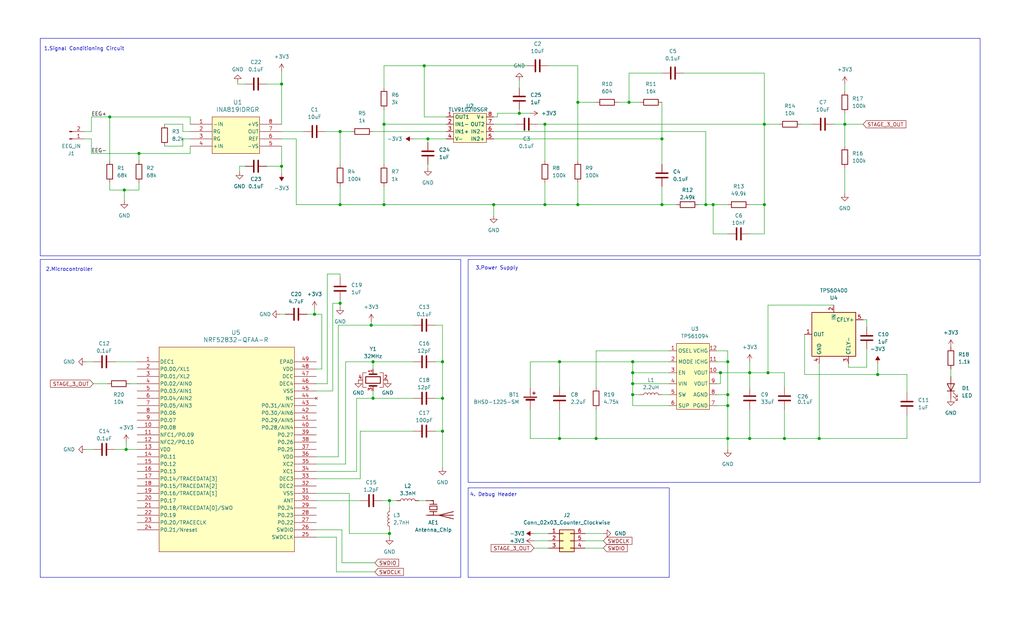
<source format=kicad_sch>
(kicad_sch (version 20230121) (generator eeschema)
  (paper "USLegal")
  (title_block (title "Wearable EEG Sensor") (rev "P2.0") (company "JY-68"))
  (junction (at 38.1 40.64))
  (junction (at 189.23 71.12))
  (junction (at 148.59 48.26))
  (junction (at 247.65 71.12))
  (junction (at 293.37 43.18))
  (junction (at 229.87 48.26))
  (junction (at 135.255 173.99))
  (junction (at 229.87 71.12))
  (junction (at 180.34 39.37))
  (junction (at 252.73 137.16))
  (junction (at 97.79 29.21))
  (junction (at 171.45 71.12))
  (junction (at 266.7 129.54))
  (junction (at 97.79 57.785))
  (junction (at 135.255 185.42))
  (junction (at 260.35 152.4))
  (junction (at 219.71 129.54))
  (junction (at 218.44 35.56))
  (junction (at 153.67 138.43))
  (junction (at 129.54 125.73))
  (junction (at 219.71 133.35))
  (junction (at 219.71 125.73))
  (junction (at 252.73 140.97))
  (junction (at 200.66 35.56))
  (junction (at 153.67 125.73))
  (junction (at 118.11 45.72))
  (junction (at 245.11 71.12))
  (junction (at 250.19 129.54))
  (junction (at 260.35 129.54))
  (junction (at 133.35 43.18))
  (junction (at 129.54 138.43))
  (junction (at 147.32 22.86))
  (junction (at 200.66 71.12))
  (junction (at 265.43 71.12))
  (junction (at 252.73 152.4))
  (junction (at 48.26 53.34))
  (junction (at 194.31 125.73))
  (junction (at 284.48 152.4))
  (junction (at 43.18 66.04))
  (junction (at 118.11 105.41))
  (junction (at 128.905 113.03))
  (junction (at 219.71 137.16))
  (junction (at 118.11 71.12))
  (junction (at 304.8 130.175))
  (junction (at 194.31 152.4))
  (junction (at 265.43 43.18))
  (junction (at 109.22 109.22))
  (junction (at 272.415 152.4))
  (junction (at 43.815 156.21))
  (junction (at 252.73 125.73))
  (junction (at 189.23 43.18))
  (junction (at 133.35 71.12))
  (junction (at 207.01 152.4))
  (junction (at 153.67 149.86))
  (wire (pts (xy 250.19 129.54) (xy 260.35 129.54)))
  (wire (pts (xy 102.87 48.26) (xy 102.87 71.12)))
  (wire (pts (xy 135.255 173.99) (xy 137.795 173.99)))
  (wire (pts (xy 260.35 125.73) (xy 260.35 129.54)))
  (wire (pts (xy 31.75 45.72) (xy 31.75 40.64)))
  (wire (pts (xy 40.005 156.21) (xy 43.815 156.21)))
  (wire (pts (xy 260.35 152.4) (xy 252.73 152.4)))
  (wire (pts (xy 45.085 133.35) (xy 47.625 133.35)))
  (wire (pts (xy 279.4 116.205) (xy 279.4 130.175)))
  (wire (pts (xy 278.13 43.18) (xy 281.94 43.18)))
  (wire (pts (xy 180.34 38.1) (xy 180.34 39.37)))
  (wire (pts (xy 207.01 121.92) (xy 232.41 121.92)))
  (wire (pts (xy 194.31 125.73) (xy 219.71 125.73)))
  (wire (pts (xy 190.5 22.86) (xy 200.66 22.86)))
  (wire (pts (xy 189.23 63.5) (xy 189.23 71.12)))
  (wire (pts (xy 153.67 138.43) (xy 153.67 149.86)))
  (wire (pts (xy 97.79 29.21) (xy 97.79 43.18)))
  (wire (pts (xy 125.095 166.37) (xy 125.095 149.86)))
  (wire (pts (xy 279.4 130.175) (xy 304.8 130.175)))
  (wire (pts (xy 293.37 43.18) (xy 299.72 43.18)))
  (wire (pts (xy 229.87 48.26) (xy 229.87 57.15)))
  (wire (pts (xy 300.99 127.635) (xy 294.64 127.635)))
  (wire (pts (xy 207.01 142.24) (xy 207.01 152.4)))
  (wire (pts (xy 115.57 105.41) (xy 118.11 105.41)))
  (wire (pts (xy 109.855 186.69) (xy 116.84 186.69)))
  (wire (pts (xy 66.04 43.18) (xy 66.04 40.64)))
  (wire (pts (xy 272.415 129.54) (xy 266.7 129.54)))
  (wire (pts (xy 194.31 142.24) (xy 194.31 152.4)))
  (wire (pts (xy 66.04 53.34) (xy 48.26 53.34)))
  (wire (pts (xy 148.59 48.26) (xy 148.59 49.53)))
  (wire (pts (xy 172.72 39.37) (xy 180.34 39.37)))
  (wire (pts (xy 97.79 24.765) (xy 97.79 29.21)))
  (wire (pts (xy 252.73 137.16) (xy 252.73 140.97)))
  (wire (pts (xy 237.49 25.4) (xy 265.43 25.4)))
  (wire (pts (xy 248.92 137.16) (xy 252.73 137.16)))
  (wire (pts (xy 180.34 30.48) (xy 180.34 27.94)))
  (wire (pts (xy 266.7 106.045) (xy 266.7 129.54)))
  (wire (pts (xy 147.32 22.86) (xy 182.88 22.86)))
  (wire (pts (xy 252.73 121.92) (xy 252.73 125.73)))
  (wire (pts (xy 154.94 40.64) (xy 147.32 40.64)))
  (wire (pts (xy 207.01 152.4) (xy 252.73 152.4)))
  (wire (pts (xy 219.71 133.35) (xy 232.41 133.35)))
  (wire (pts (xy 184.15 134.62) (xy 184.15 125.73)))
  (wire (pts (xy 189.23 43.18) (xy 189.23 55.88)))
  (wire (pts (xy 247.65 81.28) (xy 247.65 71.12)))
  (wire (pts (xy 232.41 140.97) (xy 219.71 140.97)))
  (wire (pts (xy 203.2 185.42) (xy 209.55 185.42)))
  (wire (pts (xy 85.09 57.785) (xy 83.185 57.785)))
  (wire (pts (xy 189.23 71.12) (xy 171.45 71.12)))
  (wire (pts (xy 129.54 125.73) (xy 143.51 125.73)))
  (wire (pts (xy 109.855 171.45) (xy 121.285 171.45)))
  (wire (pts (xy 82.55 29.21) (xy 85.09 29.21)))
  (wire (pts (xy 151.13 138.43) (xy 153.67 138.43)))
  (wire (pts (xy 207.01 152.4) (xy 194.31 152.4)))
  (wire (pts (xy 118.11 104.14) (xy 118.11 105.41)))
  (wire (pts (xy 252.73 125.73) (xy 252.73 137.16)))
  (wire (pts (xy 260.35 152.4) (xy 272.415 152.4)))
  (wire (pts (xy 294.64 126.365) (xy 294.64 127.635)))
  (wire (pts (xy 109.855 166.37) (xy 125.095 166.37)))
  (wire (pts (xy 229.87 35.56) (xy 229.87 48.26)))
  (wire (pts (xy 153.67 125.73) (xy 153.67 138.43)))
  (wire (pts (xy 66.04 45.72) (xy 63.5 45.72)))
  (wire (pts (xy 252.73 152.4) (xy 252.73 156.21)))
  (wire (pts (xy 218.44 35.56) (xy 222.25 35.56)))
  (wire (pts (xy 48.26 53.34) (xy 48.26 55.88)))
  (wire (pts (xy 129.54 45.72) (xy 154.94 45.72)))
  (wire (pts (xy 133.35 43.18) (xy 133.35 57.15)))
  (wire (pts (xy 97.79 57.785) (xy 97.79 60.325)))
  (wire (pts (xy 218.44 25.4) (xy 218.44 35.56)))
  (wire (pts (xy 148.59 48.26) (xy 154.94 48.26)))
  (wire (pts (xy 123.825 138.43) (xy 129.54 138.43)))
  (wire (pts (xy 97.79 48.26) (xy 102.87 48.26)))
  (wire (pts (xy 248.92 125.73) (xy 252.73 125.73)))
  (wire (pts (xy 121.285 171.45) (xy 121.285 185.42)))
  (wire (pts (xy 245.11 45.72) (xy 245.11 71.12)))
  (wire (pts (xy 265.43 43.18) (xy 265.43 71.12)))
  (wire (pts (xy 148.59 57.15) (xy 148.59 58.42)))
  (wire (pts (xy 135.255 184.15) (xy 135.255 185.42)))
  (wire (pts (xy 229.87 137.16) (xy 232.41 137.16)))
  (wire (pts (xy 118.11 96.52) (xy 118.11 95.25)))
  (wire (pts (xy 185.42 185.42) (xy 190.5 185.42)))
  (wire (pts (xy 300.99 121.285) (xy 300.99 127.635)))
  (wire (pts (xy 171.45 45.72) (xy 245.11 45.72)))
  (wire (pts (xy 171.45 71.12) (xy 133.35 71.12)))
  (wire (pts (xy 133.35 43.18) (xy 154.94 43.18)))
  (wire (pts (xy 245.11 71.12) (xy 247.65 71.12)))
  (wire (pts (xy 92.71 57.785) (xy 97.79 57.785)))
  (wire (pts (xy 172.72 39.37) (xy 172.72 40.64)))
  (wire (pts (xy 57.15 50.8) (xy 63.5 50.8)))
  (wire (pts (xy 111.76 128.27) (xy 109.855 128.27)))
  (wire (pts (xy 293.37 58.42) (xy 293.37 67.31)))
  (wire (pts (xy 300.99 111.125) (xy 300.99 113.665)))
  (wire (pts (xy 185.42 190.5) (xy 190.5 190.5)))
  (wire (pts (xy 200.66 35.56) (xy 200.66 55.88)))
  (wire (pts (xy 63.5 48.26) (xy 63.5 50.8)))
  (wire (pts (xy 43.18 66.04) (xy 48.26 66.04)))
  (wire (pts (xy 118.11 45.72) (xy 121.92 45.72)))
  (wire (pts (xy 29.845 156.21) (xy 32.385 156.21)))
  (wire (pts (xy 200.66 63.5) (xy 200.66 71.12)))
  (wire (pts (xy 214.63 35.56) (xy 218.44 35.56)))
  (wire (pts (xy 248.92 133.35) (xy 250.19 133.35)))
  (wire (pts (xy 189.23 43.18) (xy 265.43 43.18)))
  (wire (pts (xy 125.095 149.86) (xy 143.51 149.86)))
  (wire (pts (xy 97.79 50.8) (xy 97.79 57.785)))
  (wire (pts (xy 109.22 107.315) (xy 109.22 109.22)))
  (wire (pts (xy 118.745 195.58) (xy 130.175 195.58)))
  (wire (pts (xy 219.71 140.97) (xy 219.71 137.16)))
  (wire (pts (xy 128.905 113.03) (xy 143.51 113.03)))
  (wire (pts (xy 63.5 43.18) (xy 57.15 43.18)))
  (wire (pts (xy 289.56 43.18) (xy 293.37 43.18)))
  (wire (pts (xy 272.415 134.62) (xy 272.415 129.54)))
  (wire (pts (xy 200.66 35.56) (xy 207.01 35.56)))
  (wire (pts (xy 145.415 173.99) (xy 147.955 173.99)))
  (wire (pts (xy 129.54 138.43) (xy 143.51 138.43)))
  (wire (pts (xy 38.1 40.64) (xy 31.75 40.64)))
  (wire (pts (xy 109.855 173.99) (xy 125.095 173.99)))
  (wire (pts (xy 66.04 48.26) (xy 63.5 48.26)))
  (wire (pts (xy 117.475 113.03) (xy 117.475 158.75)))
  (wire (pts (xy 118.11 95.25) (xy 113.665 95.25)))
  (wire (pts (xy 260.35 142.24) (xy 260.35 152.4)))
  (wire (pts (xy 200.66 22.86) (xy 200.66 35.56)))
  (wire (pts (xy 120.015 125.73) (xy 129.54 125.73)))
  (wire (pts (xy 203.2 190.5) (xy 209.55 190.5)))
  (wire (pts (xy 92.71 29.21) (xy 97.79 29.21)))
  (wire (pts (xy 38.1 63.5) (xy 38.1 66.04)))
  (wire (pts (xy 293.37 39.37) (xy 293.37 43.18)))
  (wire (pts (xy 63.5 45.72) (xy 63.5 43.18)))
  (wire (pts (xy 111.76 109.22) (xy 111.76 128.27)))
  (wire (pts (xy 203.2 187.96) (xy 209.55 187.96)))
  (wire (pts (xy 284.48 152.4) (xy 314.96 152.4)))
  (wire (pts (xy 265.43 43.18) (xy 270.51 43.18)))
  (wire (pts (xy 83.185 57.785) (xy 83.185 59.69)))
  (wire (pts (xy 48.26 66.04) (xy 48.26 63.5)))
  (wire (pts (xy 248.92 121.92) (xy 252.73 121.92)))
  (wire (pts (xy 171.45 71.12) (xy 171.45 74.93)))
  (wire (pts (xy 106.68 109.22) (xy 109.22 109.22)))
  (wire (pts (xy 219.71 129.54) (xy 219.71 133.35)))
  (wire (pts (xy 265.43 25.4) (xy 265.43 43.18)))
  (wire (pts (xy 29.21 48.26) (xy 31.75 48.26)))
  (wire (pts (xy 102.87 71.12) (xy 118.11 71.12)))
  (wire (pts (xy 272.415 142.24) (xy 272.415 152.4)))
  (wire (pts (xy 147.32 22.86) (xy 147.32 40.64)))
  (wire (pts (xy 109.855 184.15) (xy 118.745 184.15)))
  (wire (pts (xy 272.415 152.4) (xy 284.48 152.4)))
  (wire (pts (xy 129.54 135.89) (xy 129.54 138.43)))
  (wire (pts (xy 129.54 125.73) (xy 129.54 128.27)))
  (wire (pts (xy 29.21 45.72) (xy 31.75 45.72)))
  (wire (pts (xy 289.56 106.045) (xy 266.7 106.045)))
  (wire (pts (xy 118.745 184.15) (xy 118.745 195.58)))
  (wire (pts (xy 123.825 163.83) (xy 123.825 138.43)))
  (wire (pts (xy 172.72 40.64) (xy 171.45 40.64)))
  (wire (pts (xy 29.845 125.73) (xy 32.385 125.73)))
  (wire (pts (xy 293.37 43.18) (xy 293.37 50.8)))
  (wire (pts (xy 109.855 163.83) (xy 123.825 163.83)))
  (wire (pts (xy 229.87 25.4) (xy 218.44 25.4)))
  (wire (pts (xy 194.31 134.62) (xy 194.31 125.73)))
  (wire (pts (xy 189.23 71.12) (xy 200.66 71.12)))
  (wire (pts (xy 260.35 71.12) (xy 265.43 71.12)))
  (wire (pts (xy 207.01 134.62) (xy 207.01 121.92)))
  (wire (pts (xy 113.665 95.25) (xy 113.665 133.35)))
  (wire (pts (xy 219.71 137.16) (xy 222.25 137.16)))
  (wire (pts (xy 265.43 71.12) (xy 265.43 81.28)))
  (wire (pts (xy 299.72 111.125) (xy 300.99 111.125)))
  (wire (pts (xy 38.1 40.64) (xy 38.1 55.88)))
  (wire (pts (xy 284.48 126.365) (xy 284.48 152.4)))
  (wire (pts (xy 116.84 186.69) (xy 116.84 198.755)))
  (wire (pts (xy 109.855 161.29) (xy 120.015 161.29)))
  (wire (pts (xy 266.7 129.54) (xy 260.35 129.54)))
  (wire (pts (xy 109.855 133.35) (xy 113.665 133.35)))
  (wire (pts (xy 38.1 66.04) (xy 43.18 66.04)))
  (wire (pts (xy 184.15 125.73) (xy 194.31 125.73)))
  (wire (pts (xy 120.015 161.29) (xy 120.015 125.73)))
  (wire (pts (xy 115.57 135.89) (xy 115.57 105.41)))
  (wire (pts (xy 109.855 135.89) (xy 115.57 135.89)))
  (wire (pts (xy 248.92 140.97) (xy 252.73 140.97)))
  (wire (pts (xy 265.43 81.28) (xy 260.35 81.28)))
  (wire (pts (xy 43.18 66.04) (xy 43.18 69.85)))
  (wire (pts (xy 48.26 53.34) (xy 31.75 53.34)))
  (wire (pts (xy 66.04 50.8) (xy 66.04 53.34)))
  (wire (pts (xy 219.71 125.73) (xy 219.71 129.54)))
  (wire (pts (xy 151.13 113.03) (xy 153.67 113.03)))
  (wire (pts (xy 118.11 105.41) (xy 118.11 106.68)))
  (wire (pts (xy 113.03 45.72) (xy 118.11 45.72)))
  (wire (pts (xy 32.385 133.35) (xy 37.465 133.35)))
  (wire (pts (xy 171.45 43.18) (xy 179.07 43.18)))
  (wire (pts (xy 250.19 133.35) (xy 250.19 129.54)))
  (wire (pts (xy 118.11 64.77) (xy 118.11 71.12)))
  (wire (pts (xy 109.22 109.22) (xy 111.76 109.22)))
  (wire (pts (xy 132.715 173.99) (xy 135.255 173.99)))
  (wire (pts (xy 116.84 198.755) (xy 130.175 198.755)))
  (wire (pts (xy 186.69 43.18) (xy 189.23 43.18)))
  (wire (pts (xy 40.005 125.73) (xy 47.625 125.73)))
  (wire (pts (xy 109.855 158.75) (xy 117.475 158.75)))
  (wire (pts (xy 219.71 133.35) (xy 219.71 137.16)))
  (wire (pts (xy 143.51 48.26) (xy 148.59 48.26)))
  (wire (pts (xy 184.15 142.24) (xy 184.15 152.4)))
  (wire (pts (xy 133.35 22.86) (xy 133.35 30.48)))
  (wire (pts (xy 153.67 149.86) (xy 153.67 162.56)))
  (wire (pts (xy 31.75 48.26) (xy 31.75 53.34)))
  (wire (pts (xy 133.35 22.86) (xy 147.32 22.86)))
  (wire (pts (xy 293.37 29.21) (xy 293.37 31.75)))
  (wire (pts (xy 260.35 129.54) (xy 260.35 134.62)))
  (wire (pts (xy 314.96 144.145) (xy 314.96 152.4)))
  (wire (pts (xy 135.255 173.99) (xy 135.255 176.53)))
  (wire (pts (xy 135.255 185.42) (xy 135.255 186.69)))
  (wire (pts (xy 128.905 113.03) (xy 117.475 113.03)))
  (wire (pts (xy 153.67 113.03) (xy 153.67 125.73)))
  (wire (pts (xy 180.34 39.37) (xy 184.15 39.37)))
  (wire (pts (xy 229.87 71.12) (xy 234.95 71.12)))
  (wire (pts (xy 38.1 40.64) (xy 66.04 40.64)))
  (wire (pts (xy 121.285 185.42) (xy 135.255 185.42)))
  (wire (pts (xy 97.79 45.72) (xy 105.41 45.72)))
  (wire (pts (xy 252.73 81.28) (xy 247.65 81.28)))
  (wire (pts (xy 82.55 28.575) (xy 82.55 29.21)))
  (wire (pts (xy 151.13 125.73) (xy 153.67 125.73)))
  (wire (pts (xy 128.905 111.76) (xy 128.905 113.03)))
  (wire (pts (xy 252.73 140.97) (xy 252.73 152.4)))
  (wire (pts (xy 229.87 64.77) (xy 229.87 71.12)))
  (wire (pts (xy 133.35 71.12) (xy 133.35 64.77)))
  (wire (pts (xy 118.11 71.12) (xy 133.35 71.12)))
  (wire (pts (xy 304.8 126.365) (xy 304.8 130.175)))
  (wire (pts (xy 43.815 156.21) (xy 47.625 156.21)))
  (wire (pts (xy 219.71 129.54) (xy 232.41 129.54)))
  (wire (pts (xy 43.815 153.67) (xy 43.815 156.21)))
  (wire (pts (xy 314.96 130.175) (xy 314.96 136.525)))
  (wire (pts (xy 185.42 187.96) (xy 190.5 187.96)))
  (wire (pts (xy 171.45 48.26) (xy 229.87 48.26)))
  (wire (pts (xy 330.2 128.27) (xy 330.2 130.81)))
  (wire (pts (xy 242.57 71.12) (xy 245.11 71.12)))
  (wire (pts (xy 248.92 129.54) (xy 250.19 129.54)))
  (wire (pts (xy 200.66 71.12) (xy 229.87 71.12)))
  (wire (pts (xy 151.13 149.86) (xy 153.67 149.86)))
  (wire (pts (xy 118.11 45.72) (xy 118.11 57.15)))
  (wire (pts (xy 304.8 130.175) (xy 314.96 130.175)))
  (wire (pts (xy 97.155 109.22) (xy 99.06 109.22)))
  (wire (pts (xy 184.15 152.4) (xy 194.31 152.4)))
  (wire (pts (xy 133.35 38.1) (xy 133.35 43.18)))
  (wire (pts (xy 247.65 71.12) (xy 252.73 71.12)))
  (wire (pts (xy 232.41 125.73) (xy 219.71 125.73)))
  (rectangle (start 162.56 90.17) (end 340.36 167.64))
  (rectangle (start 13.97 13.335) (end 340.36 88.9))
  (rectangle (start 13.97 90.17) (end 160.02 200.66))
  (rectangle (start 162.56 169.545) (end 232.41 200.66))
  (text "2.Microcontroller\n\n" (at 15.875 96.52 0) (effects (font (size 1.27 1.27)) (justify left bottom)))
  (text "4. Debug Header" (at 163.195 172.72 0) (effects (font (size 1.27 1.27)) (justify left bottom)))
  (text "3.Power Supply\n" (at 165.1 93.98 0) (effects (font (size 1.27 1.27)) (justify left bottom)))
  (text "1.Signal Conditioning Circuit" (at 15.24 17.78 0) (effects (font (size 1.27 1.27)) (justify left bottom)))
  (label "EEG-" (at 31.75 53.34 0))
  (label "EEG+" (at 31.75 40.64 0))
  (global_label "STAGE_3_OUT" (shape input) (at 299.72 43.18 0) (property "Intersheetrefs" "${INTERSHEET_REFS}" (effects hide)))
  (global_label "STAGE_3_OUT" (shape input) (at 185.42 190.5 180) (property "Intersheetrefs" "${INTERSHEET_REFS}" (effects hide)))
  (global_label "STAGE_3_OUT" (shape input) (at 32.385 133.35 180) (property "Intersheetrefs" "${INTERSHEET_REFS}" (effects hide)))
  (global_label "SWDCLK" (shape input) (at 130.175 198.755 0) (property "Intersheetrefs" "${INTERSHEET_REFS}" (effects hide)))
  (global_label "SWDIO" (shape input) (at 130.175 195.58 0) (property "Intersheetrefs" "${INTERSHEET_REFS}" (effects hide)))
  (global_label "SWDCLK" (shape input) (at 209.55 187.96 0) (property "Intersheetrefs" "${INTERSHEET_REFS}" (effects hide)))
  (global_label "SWDIO" (shape input) (at 209.55 190.5 0) (property "Intersheetrefs" "${INTERSHEET_REFS}" (effects hide)))
  (symbol (lib_id "Device:C") (at 118.11 100.33 0) (unit 1)
    (property "Reference" "C19" (at 121.92 99.06 0) (effects (justify left)))
    (property "Value" "1uF" (at 121.92 101.6 0) (effects (justify left)))
    (property "Footprint" "Capacitor_SMD:C_0603_1608Metric" (effects hide))
    (property "Datasheet" "https://product.tdk.com/system/files/dam/doc/product/capacitor/ceramic/mlcc/catalog/mlcc_commercial_general_en.pdf" (effects hide))
    (property "Description" "CAP CER 1uF 10V 10% 0603 SMD" (effects hide))
    (property "Manufacturer" "TDK Corporation" (effects hide))
    (property "Part Number" "C1608X5R1A105K080AC" (effects hide))
  )
  (symbol (lib_id "Device:C") (at 256.54 81.28 90) (unit 1)
    (property "Reference" "C6" (at 256.54 74.93 90))
    (property "Value" "10nF" (at 256.54 77.47 90))
    (property "Footprint" "Capacitor_SMD:C_0402_1005Metric" (effects hide))
    (property "Datasheet" "https://product.tdk.com/system/files/dam/doc/product/capacitor/ceramic/mlcc/catalog/mlcc_automotive_general_en.pdf" (effects hide))
    (property "Description" "CAP CER 10nF 25V 10% 0402 SMD" (effects hide))
    (property "Manufacturer" "TDK Corporation" (effects hide))
    (property "Part Number" "CGA2B2X7R1E103K050BA" (effects hide))
  )
  (symbol (lib_id "Device:C") (at 147.32 138.43 270) (unit 1)
    (property "Reference" "C18" (at 147.32 132.08 90))
    (property "Value" "12pF" (at 147.32 134.62 90))
    (property "Footprint" "Capacitor_SMD:C_0402_1005Metric" (effects hide))
    (property "Datasheet" "https://product.tdk.com/system/files/dam/doc/product/capacitor/ceramic/mlcc/catalog/mlcc_automotive_general_en.pdf" (effects hide))
    (property "Description" "CAP CER 12pF 50V 5% 0402 SMD" (effects hide))
    (property "Manufacturer" "TDK Corporation" (effects hide))
    (property "Part Number" "CGA2B2C0G1H120J050BA" (effects hide))
  )
  (symbol (lib_id "power:GND") (at 118.11 106.68 0) (unit 1)
    (property "Reference" "#PWR020" (effects hide))
    (property "Value" "GND" (at 118.11 111.76 0))
  )
  (symbol (lib_id "Device:C") (at 36.195 125.73 270) (unit 1)
    (property "Reference" "C12" (at 36.195 119.38 90))
    (property "Value" "0.1uF" (at 36.195 121.92 90))
    (property "Footprint" "Capacitor_SMD:C_0402_1005Metric" (effects hide))
    (property "Datasheet" "https://product.tdk.com/system/files/dam/doc/product/capacitor/ceramic/mlcc/catalog/mlcc_commercial_general_en.pdf" (effects hide))
    (property "Description" "CAP CER 0.1uF 16V 10% 0402 SMD" (effects hide))
    (property "Manufacturer" "TDK Corporation" (effects hide))
    (property "Part Number" "C1005X7R1C104K050BC" (effects hide))
  )
  (symbol (lib_id "power:+3V3") (at 109.22 107.315 0) (unit 1)
    (property "Reference" "#PWR022" (effects hide))
    (property "Value" "+3V3" (at 109.22 102.235 0))
  )
  (symbol (lib_id "power:GND") (at 134.62 132.08 0) (unit 1)
    (property "Reference" "#PWR013" (effects hide))
    (property "Value" "GND" (at 134.62 136.525 0))
  )
  (symbol (lib_id "My_Library:TLV9102") (at 162.56 40.64 0) (unit 1)
    (property "Reference" "U2" (at 163.195 36.83 0))
    (property "Value" "TLV9102IDSGR" (at 162.56 38.1 0))
    (property "Footprint" "Package_SON:WSON-8-1EP_2x2mm_P0.5mm_EP0.9x1.6mm" (effects hide))
    (property "Datasheet" "https://www.ti.com/lit/ds/symlink/tlv9101.pdf?ts=1709851187168&ref_url=https%253A%252F%252Fwww.google.com%252F" (effects hide))
    (property "Description" "IC OPAMP DUAL 8-WSON" (effects hide))
    (property "Manufacturer" "Texas Instruments" (effects hide))
    (property "Part Number" "TLV9102IDSGR" (effects hide))
  )
  (symbol (lib_id "INA819IDRGR:INA819IDRGR") (at 73.66 40.64 0) (unit 1)
    (property "Reference" "U1" (at 82.55 35.56 0) (effects (font (size 1.524 1.524))))
    (property "Value" "INA819IDRGR" (at 82.55 38.1 0) (effects (font (size 1.524 1.524))))
    (property "Footprint" "Package_SON:WSON-8-1EP_3x3mm_P0.5mm_EP1.45x2.4mm" (effects hide))
    (property "Datasheet" "https://www.ti.com/lit/ds/symlink/ina819.pdf" (effects hide))
    (property "Description" "IC OPAMP INSTRUMENTATION 8-WSON" (effects hide))
    (property "Manufacturer" "Texas Instruments" (effects hide))
    (property "Part Number" "INA819IDRGR" (effects hide))
  )
  (symbol (lib_id "power:GND") (at 171.45 74.93 0) (unit 1)
    (property "Reference" "#PWR06" (effects hide))
    (property "Value" "GND" (at 171.45 80.01 0))
  )
  (symbol (lib_id "NRF52832_QFAA:NRF52832-QFAA-R") (at 47.625 125.73 0) (unit 1)
    (property "Reference" "U5" (at 81.915 115.57 0) (effects (font (size 1.524 1.524))))
    (property "Value" "NRF52832-QFAA-R" (at 81.915 118.11 0) (effects (font (size 1.524 1.524))))
    (property "Footprint" "Library:QFN-48_NOR" (effects hide))
    (property "Datasheet" "NRF52832-QFAA-R" (effects hide))
    (property "Description" "IC RF TXRX+MCU BLUETOOTH 48VFQFN" (effects hide))
    (property "Manufacturer" "Nordic Semiconductor ASA" (effects hide))
    (property "Part Number" "NRF52832-QFAA-R" (effects hide))
  )
  (symbol (lib_id "power:+3V3") (at 43.815 153.67 0) (unit 1)
    (property "Reference" "#PWR015" (effects hide))
    (property "Value" "+3V3" (at 43.815 148.59 0))
  )
  (symbol (lib_id "Device:C") (at 300.99 117.475 0) (unit 1)
    (property "Reference" "C10" (at 304.8 116.205 0) (effects (justify left)))
    (property "Value" "1uF" (at 304.8 118.745 0) (effects (justify left)))
    (property "Footprint" "Capacitor_SMD:C_0402_1005Metric" (effects hide))
    (property "Datasheet" "https://product.tdk.com/system/files/dam/doc/product/capacitor/ceramic/mlcc/catalog/mlcc_commercial_general_en.pdf" (effects hide))
    (property "Description" "CAP CER 1uF 25V 10% 0402 SMD" (effects hide))
    (property "Manufacturer" "TDK Corporation" (effects hide))
    (property "Part Number" "C1005X5R1E105K050BC" (effects hide))
  )
  (symbol (lib_id "Device:C") (at 186.69 22.86 90) (unit 1)
    (property "Reference" "C2" (at 186.69 15.24 90))
    (property "Value" "10uF" (at 186.69 17.78 90))
    (property "Footprint" "Capacitor_SMD:C_0402_1005Metric" (effects hide))
    (property "Datasheet" "https://www.yageo.com/upload/media/product/app/datasheet/mlcc/upy-gphc_x5r_4v-to-50v.pdf" (effects hide))
    (property "Description" "CAP CER 10uF 6.3V 20% 0402 SMD" (effects hide))
    (property "Manufacturer" "YAGEO" (effects hide))
    (property "Part Number" "CC0402MPX5R5BB106" (effects hide))
  )
  (symbol (lib_id "Device:R") (at 133.35 60.96 0) (unit 1)
    (property "Reference" "R7" (at 135.89 59.69 0) (effects (justify left)))
    (property "Value" "1k" (at 135.89 62.23 0) (effects (justify left)))
    (property "Footprint" "Resistor_SMD:R_0402_1005Metric" (effects hide))
    (property "Datasheet" "https://www.seielect.com/catalog/sei-rmcf_rmcp.pdf" (effects hide))
    (property "Description" "RES 1k OHM 1/16W 1% 0402 SMD" (effects hide))
    (property "Manufacturer" "Stackpole Electronics Inc" (effects hide))
    (property "Part Number" "RMCF0402FT1K00" (effects hide))
  )
  (symbol (lib_id "Connector:Conn_01x02_Pin") (at 24.13 48.26 0) (mirror x) (unit 1)
    (property "Reference" "J1" (at 24.765 53.34 0))
    (property "Value" "EEG_IN" (at 24.765 50.8 0))
    (property "Footprint" "Connector_PinHeader_2.54mm:PinHeader_1x02_P2.54mm_Vertical" (effects hide))
    (property "Datasheet" "n/a" (effects hide))
    (property "Description" "No Part" (effects hide))
    (property "Manufacturer" "n/a" (effects hide))
    (property "Part Number" "n/a" (effects hide))
  )
  (symbol (lib_id "power:GND") (at 82.55 28.575 180) (unit 1)
    (property "Reference" "#PWR027" (effects hide))
    (property "Value" "GND" (at 82.55 24.13 0))
  )
  (symbol (lib_id "Device:C") (at 233.68 25.4 90) (mirror x) (unit 1)
    (property "Reference" "C5" (at 233.68 17.78 90))
    (property "Value" "0.1uF" (at 233.68 20.32 90))
    (property "Footprint" "Capacitor_SMD:C_0402_1005Metric" (effects hide))
    (property "Datasheet" "https://product.tdk.com/system/files/dam/doc/product/capacitor/ceramic/mlcc/catalog/mlcc_commercial_general_en.pdf" (effects hide))
    (property "Description" "CAP CER 0.1uF 16V 10% 0402 SMD" (effects hide))
    (property "Manufacturer" "TDK Corporation" (effects hide))
    (property "Part Number" "C1005X7R1C104K050BC" (effects hide))
  )
  (symbol (lib_id "Device:C") (at 88.9 29.21 90) (unit 1)
    (property "Reference" "C22" (at 88.9 21.59 90))
    (property "Value" "0.1uF" (at 88.9 24.13 90))
    (property "Footprint" "Capacitor_SMD:C_0402_1005Metric" (effects hide))
    (property "Datasheet" "https://product.tdk.com/system/files/dam/doc/product/capacitor/ceramic/mlcc/catalog/mlcc_commercial_general_en.pdf" (effects hide))
    (property "Description" "CAP CER 0.1uF 16V 10% 0402 SMD" (effects hide))
    (property "Manufacturer" "TDK Corporation" (effects hide))
    (property "Part Number" "C1005X7R1C104K050BC" (effects hide))
  )
  (symbol (lib_id "Device:L") (at 226.06 137.16 90) (unit 1)
    (property "Reference" "L1" (at 226.06 132.08 90))
    (property "Value" "2.2uH" (at 226.06 134.62 90))
    (property "Footprint" "Inductor_SMD:L_0603_1608Metric" (effects hide))
    (property "Datasheet" "https://mm.digikey.com/Volume0/opasdata/d220001/medias/docus/1817/MBKK1608T2R2M_SS.pdf" (effects hide))
    (property "Description" "INDUCTOR 2.2uH 750mA 345mOhm 0603 SMD" (effects hide))
    (property "Manufacturer" "Taiyo Yuden" (effects hide))
    (property "Part Number" "MBKK1608T2R2M" (effects hide))
  )
  (symbol (lib_id "Device:R") (at 41.275 133.35 90) (unit 1)
    (property "Reference" "R20" (at 41.275 137.16 90))
    (property "Value" "10k" (at 41.275 139.7 90))
    (property "Footprint" "Resistor_SMD:R_0402_1005Metric" (effects hide))
    (property "Datasheet" "https://www.seielect.com/catalog/sei-rmcf_rmcp.pdf" (effects hide))
    (property "Description" "RES 10k OHM 1/16W 1% 0402 SMD" (effects hide))
    (property "Manufacturer" "Stackpole Electronics Inc" (effects hide))
    (property "Part Number" "RMCF0402FT10K0" (effects hide))
  )
  (symbol (lib_id "power:+3V3") (at 97.79 24.765 0) (unit 1)
    (property "Reference" "#PWR02" (effects hide))
    (property "Value" "+3V3" (at 97.79 19.685 0))
  )
  (symbol (lib_id "Device:R") (at 274.32 43.18 90) (unit 1)
    (property "Reference" "R14" (at 274.32 36.83 90))
    (property "Value" "10k" (at 274.32 39.37 90))
    (property "Footprint" "Resistor_SMD:R_0402_1005Metric" (effects hide))
    (property "Datasheet" "https://www.seielect.com/catalog/sei-rmcf_rmcp.pdf" (effects hide))
    (property "Description" "RES 10k OHM 1/16W 1% 0402 SMD" (effects hide))
    (property "Manufacturer" "Stackpole Electronics Inc" (effects hide))
    (property "Part Number" "RMCF0402FT10K0" (effects hide))
  )
  (symbol (lib_id "Device:R") (at 38.1 59.69 0) (unit 1)
    (property "Reference" "R1" (at 40.64 58.42 0) (effects (justify left)))
    (property "Value" "68k" (at 40.64 60.96 0) (effects (justify left)))
    (property "Footprint" "Resistor_SMD:R_0402_1005Metric" (effects hide))
    (property "Datasheet" "https://www.seielect.com/catalog/sei-rmcf_rmcp.pdf" (effects hide))
    (property "Description" "RES 68k OHM 1/16W 1% 0402 SMD" (effects hide))
    (property "Manufacturer" "Stackpole Electronics Inc" (effects hide))
    (property "Part Number" "RMCF0402FT68K0" (effects hide))
  )
  (symbol (lib_id "Device:C") (at 109.22 45.72 90) (unit 1)
    (property "Reference" "C1" (at 109.22 38.1 90))
    (property "Value" "10uF" (at 109.22 40.64 90))
    (property "Footprint" "Capacitor_SMD:C_0402_1005Metric" (effects hide))
    (property "Datasheet" "https://www.yageo.com/upload/media/product/app/datasheet/mlcc/upy-gphc_x5r_4v-to-50v.pdf" (effects hide))
    (property "Description" "CAP CER 10uF 6.3V 20% 0402 SMD" (effects hide))
    (property "Manufacturer" "YAGEO" (effects hide))
    (property "Part Number" "CC0402MPX5R5BB106" (effects hide))
  )
  (symbol (lib_id "Device:C") (at 194.31 138.43 180) (unit 1)
    (property "Reference" "C8" (at 198.12 137.16 0) (effects (justify right)))
    (property "Value" "2.2uF" (at 198.12 139.7 0) (effects (justify right)))
    (property "Footprint" "Capacitor_SMD:C_0402_1005Metric" (effects hide))
    (property "Datasheet" "https://product.tdk.com/system/files/dam/doc/product/capacitor/ceramic/mlcc/catalog/mlcc_commercial_general_en.pdf" (effects hide))
    (property "Description" "CAP CER 2.2uF 6.3V 10% 0402 SMD" (effects hide))
    (property "Manufacturer" "TDK Corporation" (effects hide))
    (property "Part Number" "C1005X5R0J225K050BC" (effects hide))
  )
  (symbol (lib_id "power:GND") (at 293.37 67.31 0) (unit 1)
    (property "Reference" "#PWR07" (effects hide))
    (property "Value" "GND" (at 293.37 72.39 0))
  )
  (symbol (lib_id "Device:C") (at 147.32 149.86 270) (unit 1)
    (property "Reference" "C17" (at 147.32 143.51 90))
    (property "Value" "100pF" (at 147.32 146.05 90))
    (property "Footprint" "Capacitor_SMD:C_0402_1005Metric" (effects hide))
    (property "Datasheet" "https://product.tdk.com/system/files/dam/doc/product/capacitor/ceramic/mlcc/catalog/mlcc_automotive_general_en.pdf" (effects hide))
    (property "Description" "CAP CER 100pF 50V 5% 0402 SMD" (effects hide))
    (property "Manufacturer" "TDK Corporation" (effects hide))
    (property "Part Number" "CGA2B2C0G1H101J050BA" (effects hide))
  )
  (symbol (lib_id "Device:C") (at 36.195 156.21 270) (unit 1)
    (property "Reference" "C14" (at 36.195 149.86 90))
    (property "Value" "0.1uF" (at 36.195 152.4 90))
    (property "Footprint" "Capacitor_SMD:C_0402_1005Metric" (effects hide))
    (property "Datasheet" "https://product.tdk.com/system/files/dam/doc/product/capacitor/ceramic/mlcc/catalog/mlcc_commercial_general_en.pdf" (effects hide))
    (property "Description" "CAP CER 0.1uF 16V 10% 0402 SMD" (effects hide))
    (property "Manufacturer" "TDK Corporation" (effects hide))
    (property "Part Number" "C1005X7R1C104K050BC" (effects hide))
  )
  (symbol (lib_id "Device:R") (at 226.06 35.56 90) (unit 1)
    (property "Reference" "R11" (at 226.06 29.21 90))
    (property "Value" "16k" (at 226.06 31.75 90))
    (property "Footprint" "Resistor_SMD:R_0402_1005Metric" (effects hide))
    (property "Datasheet" "https://www.seielect.com/catalog/sei-rmcf_rmcp.pdf" (effects hide))
    (property "Description" "RES 16k OHM 1/16W 1% 0402 SMD" (effects hide))
    (property "Manufacturer" "Stackpole Electronics Inc" (effects hide))
    (property "Part Number" "RMCF0402FT16K0" (effects hide))
  )
  (symbol (lib_id "Device:R") (at 256.54 71.12 90) (unit 1)
    (property "Reference" "R13" (at 256.54 64.77 90))
    (property "Value" "49.9k" (at 256.54 67.31 90))
    (property "Footprint" "Resistor_SMD:R_0402_1005Metric" (effects hide))
    (property "Datasheet" "https://www.seielect.com/catalog/sei-rmcf_rmcp.pdf" (effects hide))
    (property "Description" "RES 49.9k OHM 1/16W 1% 0402 SMD" (effects hide))
    (property "Manufacturer" "Stackpole Electronics Inc" (effects hide))
    (property "Part Number" "RMCF0402FT49K9" (effects hide))
  )
  (symbol (lib_id "Device:C") (at 182.88 43.18 90) (unit 1)
    (property "Reference" "C3" (at 182.88 48.26 90))
    (property "Value" "0.1uF" (at 182.88 50.8 90))
    (property "Footprint" "Capacitor_SMD:C_0402_1005Metric" (effects hide))
    (property "Datasheet" "https://product.tdk.com/system/files/dam/doc/product/capacitor/ceramic/mlcc/catalog/mlcc_commercial_general_en.pdf" (effects hide))
    (property "Description" "CAP CER 0.1uF 16V 10% 0402 SMD" (effects hide))
    (property "Manufacturer" "TDK Corporation" (effects hide))
    (property "Part Number" "C1005X7R1C104K050BC" (effects hide))
  )
  (symbol (lib_id "Device:C") (at 88.9 57.785 90) (unit 1)
    (property "Reference" "C23" (at 88.9 62.23 90))
    (property "Value" "0.1uF" (at 88.9 64.77 90))
    (property "Footprint" "Capacitor_SMD:C_0402_1005Metric" (effects hide))
    (property "Datasheet" "https://product.tdk.com/system/files/dam/doc/product/capacitor/ceramic/mlcc/catalog/mlcc_commercial_general_en.pdf" (effects hide))
    (property "Description" "CAP CER 0.1uF 16V 10% 0402 SMD" (effects hide))
    (property "Manufacturer" "TDK Corporation" (effects hide))
    (property "Part Number" "C1005X7R1C104K050BC" (effects hide))
  )
  (symbol (lib_id "Device:C") (at 229.87 60.96 180) (unit 1)
    (property "Reference" "C4" (at 233.68 59.69 0) (effects (justify right)))
    (property "Value" "0.1uF" (at 233.68 62.23 0) (effects (justify right)))
    (property "Footprint" "Capacitor_SMD:C_0402_1005Metric" (effects hide))
    (property "Datasheet" "https://product.tdk.com/system/files/dam/doc/product/capacitor/ceramic/mlcc/catalog/mlcc_commercial_general_en.pdf" (effects hide))
    (property "Description" "CAP CER 0.1uF 16V 10% 0402 SMD" (effects hide))
    (property "Manufacturer" "TDK Corporation" (effects hide))
    (property "Part Number" "C1005X7R1C104K050BC" (effects hide))
  )
  (symbol (lib_id "Device:R") (at 189.23 59.69 0) (unit 1)
    (property "Reference" "R8" (at 191.77 58.42 0) (effects (justify left)))
    (property "Value" "100k" (at 191.77 60.96 0) (effects (justify left)))
    (property "Footprint" "Resistor_SMD:R_0402_1005Metric" (effects hide))
    (property "Datasheet" "https://www.seielect.com/catalog/sei-rmcf_rmcp.pdf" (effects hide))
    (property "Description" "RES 100k OHM 1/16W 1% 0402 SMD" (effects hide))
    (property "Manufacturer" "Stackpole Electronics Inc" (effects hide))
    (property "Part Number" "RMCF0402FT100K" (effects hide))
  )
  (symbol (lib_id "My_Library:TPS61094") (at 240.03 119.38 0) (unit 1)
    (property "Reference" "U3" (at 241.3 114.3 0))
    (property "Value" "TPS61094" (at 241.3 116.84 0))
    (property "Footprint" "Package_SON:WSON-12-1EP_3x2mm_P0.5mm_EP1x2.65" (effects hide))
    (property "Datasheet" "https://www.ti.com/lit/ds/symlink/tps61094.pdf?ts=1709168053866&ref_url=https%253A%252F%252Fwww.google.com%252F" (effects hide))
    (property "Description" "IC BOOST CONV 12-WSON" (effects hide))
    (property "Manufacturer" "Texas Instruments" (effects hide))
    (property "Part Number" "TPS61094" (effects hide))
  )
  (symbol (lib_id "Device:R") (at 133.35 34.29 0) (unit 1)
    (property "Reference" "R6" (at 135.89 33.02 0) (effects (justify left)))
    (property "Value" "3k" (at 135.89 35.56 0) (effects (justify left)))
    (property "Footprint" "Resistor_SMD:R_0402_1005Metric" (effects hide))
    (property "Datasheet" "https://www.seielect.com/catalog/sei-rmcf_rmcp.pdf" (effects hide))
    (property "Description" "RES 3k OHM 1/16W 1% 0402 SMD" (effects hide))
    (property "Manufacturer" "Stackpole Electronics Inc" (effects hide))
    (property "Part Number" "RMCF0402FT3K00" (effects hide))
  )
  (symbol (lib_id "power:GND") (at 43.18 69.85 0) (unit 1)
    (property "Reference" "#PWR01" (effects hide))
    (property "Value" "GND" (at 43.18 74.93 0))
  )
  (symbol (lib_id "power:GND") (at 180.34 27.94 180) (unit 1)
    (property "Reference" "#PWR029" (effects hide))
    (property "Value" "GND" (at 180.34 22.86 0))
  )
  (symbol (lib_id "power:GND") (at 124.46 132.08 0) (unit 1)
    (property "Reference" "#PWR023" (effects hide))
    (property "Value" "GND" (at 124.46 136.525 0))
  )
  (symbol (lib_id "Device:R") (at 210.82 35.56 90) (unit 1)
    (property "Reference" "R10" (at 210.82 29.21 90))
    (property "Value" "604" (at 210.82 31.75 90))
    (property "Footprint" "Resistor_SMD:R_0402_1005Metric" (effects hide))
    (property "Datasheet" "https://www.seielect.com/catalog/sei-rmcf_rmcp.pdf" (effects hide))
    (property "Description" "RES 604 OHM 1/16W 1% 0402 SMD" (effects hide))
    (property "Manufacturer" "Stackpole Electronics Inc" (effects hide))
    (property "Part Number" "RMCF0402FT604R" (effects hide))
  )
  (symbol (lib_id "Device:Crystal_GND24") (at 129.54 132.08 270) (unit 1)
    (property "Reference" "Y1" (at 129.54 121.285 90))
    (property "Value" "32MHz" (at 129.54 123.825 90))
    (property "Footprint" "ECS_320_8_37CKM:XTAL_ECS-320-8-37CKM" (effects hide))
    (property "Datasheet" "https://ecsxtal.com/store/pdf/ecx-1637.pdf" (effects hide))
    (property "Description" "CRYSTAL 32.0000MHZ 8PF SMD" (effects hide))
    (property "Manufacturer" "ECS Inc." (effects hide))
    (property "Part Number" "ECS-320-8-37CKM" (effects hide))
  )
  (symbol (lib_id "Device:C") (at 314.96 140.335 180) (unit 1)
    (property "Reference" "C11" (at 318.77 139.065 0) (effects (justify right)))
    (property "Value" "1uF" (at 318.77 141.605 0) (effects (justify right)))
    (property "Footprint" "Capacitor_SMD:C_0402_1005Metric" (effects hide))
    (property "Datasheet" "https://product.tdk.com/system/files/dam/doc/product/capacitor/ceramic/mlcc/catalog/mlcc_commercial_general_en.pdf" (effects hide))
    (property "Description" "CAP CER 1uF 25V 10% 0402 SMD" (effects hide))
    (property "Manufacturer" "TDK Corporation" (effects hide))
    (property "Part Number" "C1005X5R1E105K050BC" (effects hide))
  )
  (symbol (lib_id "Device:C") (at 147.32 113.03 270) (unit 1)
    (property "Reference" "C13" (at 147.32 106.68 90))
    (property "Value" "0.1uF" (at 147.32 109.22 90))
    (property "Footprint" "Capacitor_SMD:C_0402_1005Metric" (effects hide))
    (property "Datasheet" "https://product.tdk.com/system/files/dam/doc/product/capacitor/ceramic/mlcc/catalog/mlcc_commercial_general_en.pdf" (effects hide))
    (property "Description" "CAP CER 0.1uF 16V 10% 0402 SMD" (effects hide))
    (property "Manufacturer" "TDK Corporation" (effects hide))
    (property "Part Number" "C1005X7R1C104K050BC" (effects hide))
  )
  (symbol (lib_id "power:GND") (at 135.255 186.69 0) (unit 1)
    (property "Reference" "#PWR016" (effects hide))
    (property "Value" "GND" (at 135.255 191.77 0))
  )
  (symbol (lib_id "Device:L") (at 135.255 180.34 180) (unit 1)
    (property "Reference" "L3" (at 136.525 179.07 0) (effects (justify right)))
    (property "Value" "2.7nH" (at 136.525 181.61 0) (effects (justify right)))
    (property "Footprint" "Inductor_SMD:L_0402_1005Metric" (effects hide))
    (property "Datasheet" "https://product.tdk.com/en/system/files?file=dam/doc/product/inductor/inductor/smd/catalog/inductor_commercial_high-frequency_mlg1005s_en.pdf" (effects hide))
    (property "Description" "INDUCTOR 2.7nH 800mA 150mOhm 0402 SMD" (effects hide))
    (property "Manufacturer" "TDK Corporation" (effects hide))
    (property "Part Number" "MLG1005S2N7ST000" (effects hide))
  )
  (symbol (lib_id "power:GND") (at 252.73 156.21 0) (unit 1)
    (property "Reference" "#PWR010" (effects hide))
    (property "Value" "GND" (at 252.73 161.29 0))
  )
  (symbol (lib_id "power:+3V3") (at 185.42 187.96 90) (unit 1)
    (property "Reference" "#PWR025" (effects hide))
    (property "Value" "+3V3" (at 182.245 187.96 90) (effects (justify left)))
  )
  (symbol (lib_id "Device:C") (at 260.35 138.43 180) (unit 1)
    (property "Reference" "C9" (at 264.16 137.16 0) (effects (justify right)))
    (property "Value" "33uF" (at 264.16 139.7 0) (effects (justify right)))
    (property "Footprint" "Capacitor_SMD:C_0805_2012Metric" (effects hide))
    (property "Datasheet" "https://product.tdk.com/system/files/dam/doc/product/capacitor/ceramic/mlcc/catalog/mlcc_commercial_general_en.pdf" (effects hide))
    (property "Description" "CAP CER 33uF 6.3V 20% 0805 SMD" (effects hide))
    (property "Manufacturer" "TDK Corporation" (effects hide))
    (property "Part Number" "C2012X5R0J336M125AC" (effects hide))
  )
  (symbol (lib_id "Device:C") (at 128.905 173.99 270) (unit 1)
    (property "Reference" "C15" (at 128.905 167.64 90))
    (property "Value" "1.2pF" (at 128.905 170.18 90))
    (property "Footprint" "Capacitor_SMD:C_0402_1005Metric" (effects hide))
    (property "Datasheet" "https://www.yageo.com/upload/media/product/productsearch/datasheet/mlcc/UPY-GP_NP0_16V-to-50V_18.pdf" (effects hide))
    (property "Description" "CAP CER 1.2pF 50V 10% 0402 SMD" (effects hide))
    (property "Manufacturer" "YAGEO" (effects hide))
    (property "Part Number" "CC0402BRNPO9BN1R2" (effects hide))
  )
  (symbol (lib_id "Device:R") (at 125.73 45.72 90) (unit 1)
    (property "Reference" "R5" (at 125.73 39.37 90))
    (property "Value" "1k" (at 125.73 41.91 90))
    (property "Footprint" "Resistor_SMD:R_0402_1005Metric" (effects hide))
    (property "Datasheet" "https://www.seielect.com/catalog/sei-rmcf_rmcp.pdf" (effects hide))
    (property "Description" "RES 1k OHM 1/16W 1% 0402 SMD" (effects hide))
    (property "Manufacturer" "Stackpole Electronics Inc" (effects hide))
    (property "Part Number" "RMCF0402FT1K00" (effects hide))
  )
  (symbol (lib_id "Device:R") (at 293.37 35.56 0) (unit 1)
    (property "Reference" "R17" (at 295.91 34.29 0) (effects (justify left)))
    (property "Value" "100k" (at 295.91 36.83 0) (effects (justify left)))
    (property "Footprint" "Resistor_SMD:R_0402_1005Metric" (effects hide))
    (property "Datasheet" "https://www.seielect.com/catalog/sei-rmcf_rmcp.pdf" (effects hide))
    (property "Description" "RES 100k OHM 1/16W 1% 0402 SMD" (effects hide))
    (property "Manufacturer" "Stackpole Electronics Inc" (effects hide))
    (property "Part Number" "RMCF0402FT100K" (effects hide))
  )
  (symbol (lib_id "power:+3V3") (at 128.905 111.76 0) (unit 1)
    (property "Reference" "#PWR018" (effects hide))
    (property "Value" "+3V3" (at 128.905 106.68 0))
  )
  (symbol (lib_id "Device:C") (at 285.75 43.18 90) (unit 1)
    (property "Reference" "C7" (at 285.75 35.56 90))
    (property "Value" "10uF" (at 285.75 38.1 90))
    (property "Footprint" "Capacitor_SMD:C_0402_1005Metric" (effects hide))
    (property "Datasheet" "https://www.yageo.com/upload/media/product/app/datasheet/mlcc/upy-gphc_x5r_4v-to-50v.pdf" (effects hide))
    (property "Description" "CAP CER 10uF 6.3V 20% 0402 SMD" (effects hide))
    (property "Manufacturer" "YAGEO" (effects hide))
    (property "Part Number" "CC0402MPX5R5BB106" (effects hide))
  )
  (symbol (lib_id "Device:C") (at 102.87 109.22 270) (unit 1)
    (property "Reference" "C20" (at 102.87 102.235 90))
    (property "Value" "4.7uF" (at 102.87 104.775 90))
    (property "Footprint" "Capacitor_SMD:C_0603_1608Metric" (effects hide))
    (property "Datasheet" "https://product.tdk.com/system/files/dam/doc/product/capacitor/ceramic/mlcc/catalog/mlcc_commercial_general_en.pdf" (effects hide))
    (property "Description" "CAP CER 4.7uF 25V 10% 0603 SMD" (effects hide))
    (property "Manufacturer" "TDK Corporation" (effects hide))
    (property "Part Number" "C1608X5R1E475K080AC" (effects hide))
  )
  (symbol (lib_id "power:-3V3") (at 185.42 185.42 90) (unit 1)
    (property "Reference" "#PWR019" (effects hide))
    (property "Value" "-3V3" (at 182.245 185.42 90) (effects (justify left)))
  )
  (symbol (lib_id "Device:Battery_Cell") (at 184.15 139.7 0) (unit 1)
    (property "Reference" "BT1" (at 180.34 137.16 0) (effects (justify right)))
    (property "Value" "BHSD-1225-SM" (at 180.34 139.7 0) (effects (justify right)))
    (property "Footprint" "Connector_PinSocket_2.54mm:PinSocket_1x02_P2.54mm_Vertical" (effects hide))
    (property "Datasheet" "n/a" (effects hide))
    (property "Description" "No Part" (effects hide))
    (property "Manufacturer" "n/a" (effects hide))
    (property "Part Number" "n/a" (effects hide))
  )
  (symbol (lib_id "Device:R") (at 200.66 59.69 0) (unit 1)
    (property "Reference" "R9" (at 203.2 58.42 0) (effects (justify left)))
    (property "Value" "100k" (at 203.2 60.96 0) (effects (justify left)))
    (property "Footprint" "Resistor_SMD:R_0402_1005Metric" (effects hide))
    (property "Datasheet" "https://www.seielect.com/catalog/sei-rmcf_rmcp.pdf" (effects hide))
    (property "Description" "RES 100k OHM 1/16W 1% 0402 SMD" (effects hide))
    (property "Manufacturer" "Stackpole Electronics Inc" (effects hide))
    (property "Part Number" "RMCF0402FT100K" (effects hide))
  )
  (symbol (lib_id "power:GND") (at 29.845 156.21 270) (unit 1)
    (property "Reference" "#PWR014" (effects hide))
    (property "Value" "GND" (at 26.035 156.21 90) (effects (justify right)))
  )
  (symbol (lib_id "power:-3V3") (at 97.79 60.325 180) (unit 1)
    (property "Reference" "#PWR03" (effects hide))
    (property "Value" "-3V3" (at 97.79 65.405 0))
  )
  (symbol (lib_id "Device:R") (at 57.15 46.99 0) (unit 1)
    (property "Reference" "R3" (at 59.69 45.72 0) (effects (justify left)))
    (property "Value" "8.2k" (at 59.69 48.26 0) (effects (justify left)))
    (property "Footprint" "Resistor_SMD:R_0402_1005Metric" (effects hide))
    (property "Datasheet" "https://www.seielect.com/catalog/sei-rmcf_rmcp.pdf" (effects hide))
    (property "Description" "RES 8.2k OHM 1/16W 1% 0402 SMD" (effects hide))
    (property "Manufacturer" "Stackpole Electronics Inc" (effects hide))
    (property "Part Number" "RMCF0402FT8K20" (effects hide))
  )
  (symbol (lib_id "Device:Antenna_Chip") (at 150.495 176.53 270) (unit 1)
    (property "Reference" "AE1" (at 150.495 181.61 90))
    (property "Value" "Antenna_Chip" (at 150.495 184.15 90))
    (property "Footprint" "Library:XDCR_2450AT18B100E" (effects hide))
    (property "Datasheet" "https://www.johansontechnology.com/datasheets/2450AT18B100/2450AT18B100.pdf" (effects hide))
    (property "Description" "RF ANT 2.4GHZ CHIP SOLDER SMD" (effects hide))
    (property "Manufacturer" "Johanson Technology Inc." (effects hide))
    (property "Part Number" "2450AT18B0100001E" (effects hide))
  )
  (symbol (lib_id "power:GND") (at 29.845 125.73 270) (unit 1)
    (property "Reference" "#PWR012" (effects hide))
    (property "Value" "GND" (at 26.035 125.73 90) (effects (justify right)))
  )
  (symbol (lib_id "Device:R") (at 207.01 138.43 0) (unit 1)
    (property "Reference" "R19" (at 209.55 137.16 0) (effects (justify left)))
    (property "Value" "4.75k" (at 209.55 139.7 0) (effects (justify left)))
    (property "Footprint" "Resistor_SMD:R_0402_1005Metric" (effects hide))
    (property "Datasheet" "https://www.seielect.com/catalog/sei-rmcf_rmcp.pdf" (effects hide))
    (property "Description" "RES 4.75k OHM 1/16W 1% 0402 SMD" (effects hide))
    (property "Manufacturer" "Stackpole Electronics Inc" (effects hide))
    (property "Part Number" "RMCF0402FT4K75" (effects hide))
  )
  (symbol (lib_id "Device:LED") (at 330.2 134.62 90) (unit 1)
    (property "Reference" "D1" (at 334.01 134.9375 90) (effects (justify right)))
    (property "Value" "LED" (at 334.01 137.4775 90) (effects (justify right)))
    (property "Footprint" "LED_SMD:LED_0603_1608Metric" (effects hide))
    (property "Datasheet" "https://www.we-online.com/components/products/datasheet/150060VS75000.pdf" (effects hide))
    (property "Description" "LED GREEN CLEAR 0603 SMD" (effects hide))
    (property "Manufacturer" "Würth Elektronik" (effects hide))
    (property "Part Number" "150060VS75000" (effects hide))
  )
  (symbol (lib_id "Connector_Generic:Conn_02x03_Counter_Clockwise") (at 195.58 187.96 0) (unit 1)
    (property "Reference" "J2" (at 196.85 179.07 0))
    (property "Value" "Conn_02x03_Counter_Clockwise" (at 196.85 181.61 0))
    (property "Footprint" "20021121_00006C4LF:AMPHENOL_20021121-00006C4LF" (effects hide))
    (property "Datasheet" "https://cdn.amphenol-cs.com/media/wysiwyg/files/drawing/20021121.pdf" (effects hide))
    (property "Description" "CONN HEADER 6 POS 1.27MM VERT" (effects hide))
    (property "Manufacturer" "Amphenol ICC (FCI)" (effects hide))
    (property "Part Number" "20021121-00006C4LF" (effects hide))
  )
  (symbol (lib_id "power:GND") (at 330.2 138.43 0) (unit 1)
    (property "Reference" "#PWR031" (effects hide))
    (property "Value" "GND" (at 330.2 143.51 0))
  )
  (symbol (lib_id "power:+3V3") (at 184.15 39.37 270) (unit 1)
    (property "Reference" "#PWR028" (effects hide))
    (property "Value" "+3V3" (at 187.96 39.37 90) (effects (justify left)))
  )
  (symbol (lib_id "power:GND") (at 153.67 162.56 0) (unit 1)
    (property "Reference" "#PWR017" (effects hide))
    (property "Value" "GND" (at 153.67 167.64 0))
  )
  (symbol (lib_id "Device:R") (at 118.11 60.96 0) (unit 1)
    (property "Reference" "R4" (at 120.65 59.69 0) (effects (justify left)))
    (property "Value" "100k" (at 120.65 62.23 0) (effects (justify left)))
    (property "Footprint" "Resistor_SMD:R_0402_1005Metric" (effects hide))
    (property "Datasheet" "https://www.seielect.com/catalog/sei-rmcf_rmcp.pdf" (effects hide))
    (property "Description" "RES 100k OHM 1/16W 1% 0402 SMD" (effects hide))
    (property "Manufacturer" "Stackpole Electronics Inc" (effects hide))
    (property "Part Number" "RMCF0402FT100K" (effects hide))
  )
  (symbol (lib_id "power:GND") (at 97.155 109.22 270) (unit 1)
    (property "Reference" "#PWR021" (effects hide))
    (property "Value" "GND" (at 92.075 109.22 90))
  )
  (symbol (lib_id "Device:R") (at 238.76 71.12 90) (unit 1)
    (property "Reference" "R12" (at 238.76 66.04 90))
    (property "Value" "2.49k" (at 238.76 68.58 90))
    (property "Footprint" "Resistor_SMD:R_0402_1005Metric" (effects hide))
    (property "Datasheet" "https://www.seielect.com/catalog/sei-rmcf_rmcp.pdf" (effects hide))
    (property "Description" "RES 2.49k OHM 1/16W 1% 0402 SMD" (effects hide))
    (property "Manufacturer" "Stackpole Electronics Inc" (effects hide))
    (property "Part Number" "RMCF0402FT2K49" (effects hide))
  )
  (symbol (lib_id "power:GND") (at 83.185 59.69 0) (unit 1)
    (property "Reference" "#PWR026" (effects hide))
    (property "Value" "GND" (at 83.185 64.77 0))
  )
  (symbol (lib_id "Amplifier_Current:AD8211") (at 289.56 116.205 180) (unit 1)
    (property "Reference" "U4" (at 289.56 103.505 0))
    (property "Value" "TPS60400" (at 289.56 100.965 0))
    (property "Footprint" "Package_TO_SOT_SMD:SOT-23-5" (effects hide))
    (property "Datasheet" "https://www.ti.com/lit/ds/symlink/tps60400.pdf?ts=1709088547524&ref_url=https%253A%252F%252Fwww.google.com%252F" (effects hide))
    (property "Description" "IC CHARGE PUMP 5-SOT-23" (effects hide))
    (property "Manufacturer" "Texas Instruments" (effects hide))
    (property "Part Number" "TPS60400DBV" (effects hide))
  )
  (symbol (lib_id "Device:R") (at 330.2 124.46 0) (unit 1)
    (property "Reference" "R18" (at 332.74 123.19 0) (effects (justify left)))
    (property "Value" "1.1k" (at 332.74 125.73 0) (effects (justify left)))
    (property "Footprint" "Resistor_SMD:R_0402_1005Metric" (effects hide))
    (property "Datasheet" "https://www.seielect.com/catalog/sei-rmcf_rmcp.pdf" (effects hide))
    (property "Description" "RES 1.1k OHM 1/16W 1% 0402 SMD" (effects hide))
    (property "Manufacturer" "Stackpole Electronics Inc" (effects hide))
    (property "Part Number" "RMCF0402FT1K10" (effects hide))
  )
  (symbol (lib_id "Device:C") (at 148.59 53.34 180) (unit 1)
    (property "Reference" "C24" (at 152.4 52.07 0) (effects (justify right)))
    (property "Value" "1uF" (at 152.4 54.61 0) (effects (justify right)))
    (property "Footprint" "Capacitor_SMD:C_0402_1005Metric" (effects hide))
    (property "Datasheet" "https://product.tdk.com/system/files/dam/doc/product/capacitor/ceramic/mlcc/catalog/mlcc_commercial_general_en.pdf" (effects hide))
    (property "Description" "CAP CER 1uF 25V 10% 0402 SMD" (effects hide))
    (property "Manufacturer" "TDK Corporation" (effects hide))
    (property "Part Number" "C1005X5R1E105K050BC" (effects hide))
  )
  (symbol (lib_id "power:+3V3") (at 260.35 125.73 0) (unit 1)
    (property "Reference" "#PWR09" (effects hide))
    (property "Value" "+3V3" (at 260.35 120.65 0))
  )
  (symbol (lib_id "power:GND") (at 148.59 58.42 0) (unit 1)
    (property "Reference" "#PWR05" (effects hide))
    (property "Value" "GND" (at 148.59 63.5 0))
  )
  (symbol (lib_id "Device:L") (at 141.605 173.99 90) (unit 1)
    (property "Reference" "L2" (at 141.605 168.91 90))
    (property "Value" "3.3nH" (at 141.605 171.45 90))
    (property "Footprint" "Inductor_SMD:L_0402_1005Metric" (effects hide))
    (property "Datasheet" "https://product.tdk.com/en/system/files?file=dam/doc/product/inductor/inductor/smd/catalog/inductor_commercial_high-frequency_mlg1005s_en.pdf" (effects hide))
    (property "Description" "INDUCTOR 3.3nH 800mA 200mOhm 0402 SMD" (effects hide))
    (property "Manufacturer" "TDK Corporation" (effects hide))
    (property "Part Number" "MLG1005S3N3BT000" (effects hide))
  )
  (symbol (lib_id "Device:C") (at 147.32 125.73 270) (unit 1)
    (property "Reference" "C16" (at 147.32 119.38 90))
    (property "Value" "12pF" (at 147.32 121.92 90))
    (property "Footprint" "Capacitor_SMD:C_0402_1005Metric" (effects hide))
    (property "Datasheet" "https://product.tdk.com/system/files/dam/doc/product/capacitor/ceramic/mlcc/catalog/mlcc_automotive_general_en.pdf" (effects hide))
    (property "Description" "CAP CER 12pF 50V 5% 0402 SMD" (effects hide))
    (property "Manufacturer" "TDK Corporation" (effects hide))
    (property "Part Number" "CGA2B2C0G1H120J050BA" (effects hide))
  )
  (symbol (lib_id "Device:R") (at 293.37 54.61 0) (unit 1)
    (property "Reference" "R16" (at 295.91 53.34 0) (effects (justify left)))
    (property "Value" "100k" (at 295.91 55.88 0) (effects (justify left)))
    (property "Footprint" "Resistor_SMD:R_0402_1005Metric" (effects hide))
    (property "Datasheet" "https://www.seielect.com/catalog/sei-rmcf_rmcp.pdf" (effects hide))
    (property "Description" "RES 100k OHM 1/16W 1% 0402 SMD" (effects hide))
    (property "Manufacturer" "Stackpole Electronics Inc" (effects hide))
    (property "Part Number" "RMCF0402FT100K" (effects hide))
  )
  (symbol (lib_id "Device:R") (at 48.26 59.69 0) (unit 1)
    (property "Reference" "R2" (at 50.8 58.42 0) (effects (justify left)))
    (property "Value" "68k" (at 50.8 60.96 0) (effects (justify left)))
    (property "Footprint" "Resistor_SMD:R_0402_1005Metric" (effects hide))
    (property "Datasheet" "https://www.seielect.com/catalog/sei-rmcf_rmcp.pdf" (effects hide))
    (property "Description" "RES 68k OHM 1/16W 1% 0402 SMD" (effects hide))
    (property "Manufacturer" "Stackpole Electronics Inc" (effects hide))
    (property "Part Number" "RMCF0402FT68K0" (effects hide))
  )
  (symbol (lib_id "power:+3V3") (at 293.37 29.21 0) (unit 1)
    (property "Reference" "#PWR08" (effects hide))
    (property "Value" "+3V3" (at 293.37 24.13 0))
  )
  (symbol (lib_id "power:-3V3") (at 143.51 48.26 90) (unit 1)
    (property "Reference" "#PWR04" (effects hide))
    (property "Value" "-3V3" (at 139.7 48.26 90) (effects (justify left)))
  )
  (symbol (lib_id "Device:C") (at 180.34 34.29 0) (unit 1)
    (property "Reference" "C25" (at 184.15 33.02 0) (effects (justify left)))
    (property "Value" "1uF" (at 184.15 35.56 0) (effects (justify left)))
    (property "Footprint" "Capacitor_SMD:C_0402_1005Metric" (effects hide))
    (property "Datasheet" "https://product.tdk.com/system/files/dam/doc/product/capacitor/ceramic/mlcc/catalog/mlcc_commercial_general_en.pdf" (effects hide))
    (property "Description" "CAP CER 1uF 25V 10% 0402 SMD" (effects hide))
    (property "Manufacturer" "TDK Corporation" (effects hide))
    (property "Part Number" "C1005X5R1E105K050BC" (effects hide))
  )
  (symbol (lib_id "power:GND") (at 209.55 185.42 90) (unit 1)
    (property "Reference" "#PWR024" (effects hide))
    (property "Value" "GND" (at 213.36 185.42 90) (effects (justify right)))
  )
  (symbol (lib_id "power:-3V3") (at 304.8 126.365 0) (unit 1)
    (property "Reference" "#PWR011" (effects hide))
    (property "Value" "-3V3" (at 304.8 121.285 0))
  )
  (symbol (lib_id "Device:C") (at 272.415 138.43 180) (unit 1)
    (property "Reference" "C26" (at 276.86 137.795 0) (effects (justify right)))
    (property "Value" "0.1uF" (at 276.86 139.7 0) (effects (justify right)))
    (property "Footprint" "Capacitor_SMD:C_0402_1005Metric" (effects hide))
    (property "Datasheet" "https://product.tdk.com/system/files/dam/doc/product/capacitor/ceramic/mlcc/catalog/mlcc_commercial_general_en.pdf" (effects hide))
    (property "Description" "CAP CER 0.1uF 16V 10% 0402 SMD" (effects hide))
    (property "Manufacturer" "TDK Corporation" (effects hide))
    (property "Part Number" "C1005X7R1C104K050BC" (effects hide))
  )
  (symbol (lib_id "power:+3V3") (at 330.2 120.65 0) (unit 1)
    (property "Reference" "#PWR030" (effects hide))
    (property "Value" "+3V3" (at 330.2 115.57 0))
  )
)
</source>
